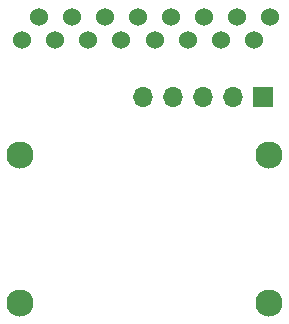
<source format=gbr>
G04 #@! TF.FileFunction,Copper,L2,Bot,Signal*
%FSLAX46Y46*%
G04 Gerber Fmt 4.6, Leading zero omitted, Abs format (unit mm)*
G04 Created by KiCad (PCBNEW 4.0.5) date 03/31/17 09:35:13*
%MOMM*%
%LPD*%
G01*
G04 APERTURE LIST*
%ADD10C,0.100000*%
%ADD11R,1.700000X1.700000*%
%ADD12O,1.700000X1.700000*%
%ADD13C,2.300000*%
%ADD14C,1.524000*%
G04 APERTURE END LIST*
D10*
D11*
X158070000Y-104600000D03*
D12*
X155530000Y-104600000D03*
X152990000Y-104600000D03*
X150450000Y-104600000D03*
X147910000Y-104600000D03*
D13*
X137520000Y-122000000D03*
X158520000Y-109500000D03*
X158520000Y-122000000D03*
X137520000Y-109500000D03*
D14*
X158670000Y-97800000D03*
X140470000Y-99800000D03*
X141870000Y-97800000D03*
X143270000Y-99800000D03*
X144670000Y-97800000D03*
X146070000Y-99800000D03*
X147470000Y-97800000D03*
X148870000Y-99800000D03*
X150270000Y-97800000D03*
X151670000Y-99800000D03*
X153070000Y-97800000D03*
X154470000Y-99800000D03*
X139070000Y-97800000D03*
X155870000Y-97800000D03*
X137670000Y-99800000D03*
X157270000Y-99800000D03*
M02*

</source>
